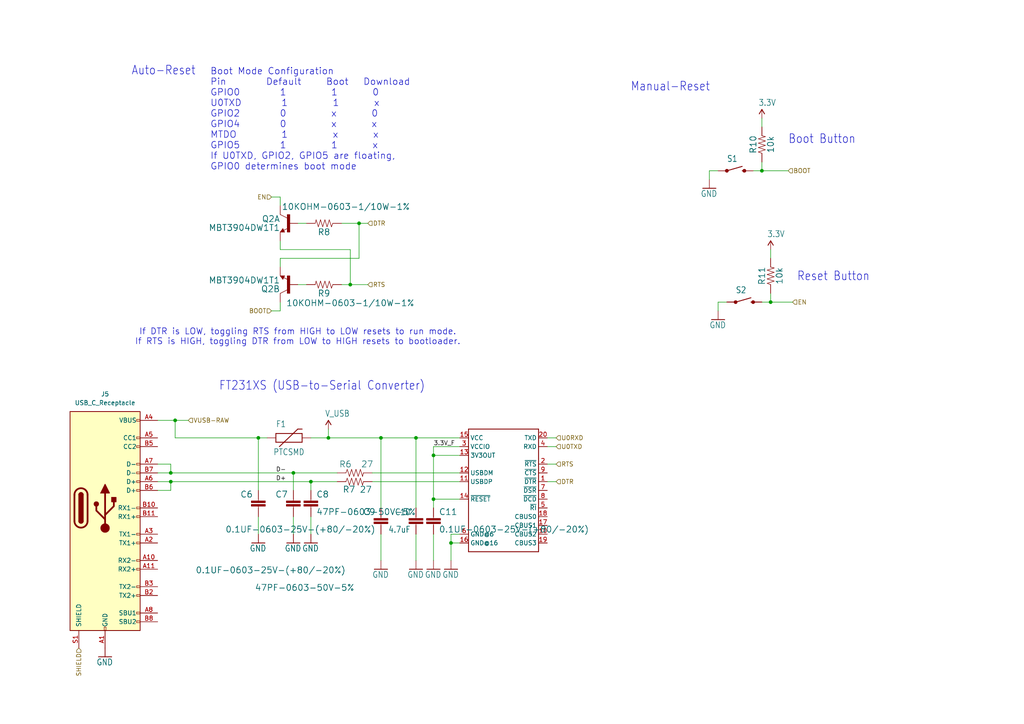
<source format=kicad_sch>
(kicad_sch (version 20230121) (generator eeschema)
  (paper "A4")
  (lib_symbols
    (symbol "Connector:USB_C_Receptacle" (pin_names (offset 1.016))
      (property "Reference" "J" (at -10.16 29.21 0))
      (property "Value" "USB_C_Receptacle" (at 10.16 29.21 0))
      (symbol "USB_C_Receptacle_0_0"
        (rectangle (start -0.254 -35.56) (end 0.254 -34.544))
        (rectangle (start 10.16 -32.766) (end 9.144 -33.274))
        (rectangle (start 10.16 -30.226) (end 9.144 -30.734))
        (rectangle (start 10.16 -25.146) (end 9.144 -25.654))
        (rectangle (start 10.16 -22.606) (end 9.144 -23.114))
        (rectangle (start 10.16 -17.526) (end 9.144 -18.034))
        (rectangle (start 10.16 -14.986) (end 9.144 -15.494))
        (rectangle (start 10.16 -9.906) (end 9.144 -10.414))
        (rectangle (start 10.16 -7.366) (end 9.144 -7.874))
        (rectangle (start 10.16 -2.286) (end 9.144 -2.794))
        (rectangle (start 10.16 0.254) (end 9.144 -0.254))
        (rectangle (start 10.16 5.334) (end 9.144 4.826))
        (rectangle (start 10.16 7.874) (end 9.144 7.366))
        (rectangle (start 10.16 10.414) (end 9.144 9.906))
        (rectangle (start 10.16 12.954) (end 9.144 12.446))
        (rectangle (start 10.16 18.034) (end 9.144 17.526))
        (rectangle (start 10.16 20.574) (end 9.144 20.066))
        (rectangle (start 10.16 25.654) (end 9.144 25.146))
      )
      (symbol "USB_C_Receptacle_0_1"
        (rectangle (start -10.16 27.94) (end 10.16 -35.56) (stroke (width 0.254)) (fill (type background)))
        (arc (start -8.89 -3.81) (mid -6.985 -5.7067) (end -5.08 -3.81) (stroke (width 0.508)))
        (arc (start -7.62 -3.81) (mid -6.985 -4.4423) (end -6.35 -3.81) (stroke (width 0.254)))
        (arc (start -7.62 -3.81) (mid -6.985 -4.4423) (end -6.35 -3.81) (stroke (width 0.254)) (fill (type outline)))
        (rectangle (start -7.62 -3.81) (end -6.35 3.81) (stroke (width 0.254)) (fill (type outline)))
        (arc (start -6.35 3.81) (mid -6.985 4.4423) (end -7.62 3.81) (stroke (width 0.254)))
        (arc (start -6.35 3.81) (mid -6.985 4.4423) (end -7.62 3.81) (stroke (width 0.254)) (fill (type outline)))
        (arc (start -5.08 3.81) (mid -6.985 5.7067) (end -8.89 3.81) (stroke (width 0.508)))
        (polyline (pts (xy -8.89 -3.81) (xy -8.89 3.81)) (stroke (width 0.508)))
        (polyline (pts (xy -5.08 3.81) (xy -5.08 -3.81)) (stroke (width 0.508)))
      )
      (symbol "USB_C_Receptacle_1_1"
        (circle (center -2.54 1.143) (radius 0.635) (stroke (width 0.254)) (fill (type outline)))
        (circle (center 0 -5.842) (radius 1.27) (fill (type outline)))
        (polyline (pts (xy 0 -5.842) (xy 0 4.318)) (stroke (width 0.508)))
        (polyline (pts (xy 0 -3.302) (xy -2.54 -0.762) (xy -2.54 0.508)) (stroke (width 0.508)))
        (polyline (pts (xy 0 -2.032) (xy 2.54 0.508) (xy 2.54 1.778)) (stroke (width 0.508)))
        (polyline (pts (xy -1.27 4.318) (xy 0 6.858) (xy 1.27 4.318) (xy -1.27 4.318)) (stroke (width 0.254)) (fill (type outline)))
        (rectangle (start 1.905 1.778) (end 3.175 3.048) (stroke (width 0.254)) (fill (type outline)))
        (pin passive line (at 0 -40.64 90) (length 5.08) (name "GND") (number "A1"))
        (pin bidirectional line (at 15.24 -15.24 180) (length 5.08) (name "RX2-") (number "A10"))
        (pin bidirectional line (at 15.24 -17.78 180) (length 5.08) (name "RX2+") (number "A11"))
        (pin passive line (at 0 -40.64 90) (length 5.08) hide (name "GND") (number "A12"))
        (pin bidirectional line (at 15.24 -10.16 180) (length 5.08) (name "TX1+") (number "A2"))
        (pin bidirectional line (at 15.24 -7.62 180) (length 5.08) (name "TX1-") (number "A3"))
        (pin passive line (at 15.24 25.4 180) (length 5.08) (name "VBUS") (number "A4"))
        (pin bidirectional line (at 15.24 20.32 180) (length 5.08) (name "CC1") (number "A5"))
        (pin bidirectional line (at 15.24 7.62 180) (length 5.08) (name "D+") (number "A6"))
        (pin bidirectional line (at 15.24 12.7 180) (length 5.08) (name "D-") (number "A7"))
        (pin bidirectional line (at 15.24 -30.48 180) (length 5.08) (name "SBU1") (number "A8"))
        (pin passive line (at 15.24 25.4 180) (length 5.08) hide (name "VBUS") (number "A9"))
        (pin passive line (at 0 -40.64 90) (length 5.08) hide (name "GND") (number "B1"))
        (pin bidirectional line (at 15.24 0 180) (length 5.08) (name "RX1-") (number "B10"))
        (pin bidirectional line (at 15.24 -2.54 180) (length 5.08) (name "RX1+") (number "B11"))
        (pin passive line (at 0 -40.64 90) (length 5.08) hide (name "GND") (number "B12"))
        (pin bidirectional line (at 15.24 -25.4 180) (length 5.08) (name "TX2+") (number "B2"))
        (pin bidirectional line (at 15.24 -22.86 180) (length 5.08) (name "TX2-") (number "B3"))
        (pin passive line (at 15.24 25.4 180) (length 5.08) hide (name "VBUS") (number "B4"))
        (pin bidirectional line (at 15.24 17.78 180) (length 5.08) (name "CC2") (number "B5"))
        (pin bidirectional line (at 15.24 5.08 180) (length 5.08) (name "D+") (number "B6"))
        (pin bidirectional line (at 15.24 10.16 180) (length 5.08) (name "D-") (number "B7"))
        (pin bidirectional line (at 15.24 -33.02 180) (length 5.08) (name "SBU2") (number "B8"))
        (pin passive line (at 15.24 25.4 180) (length 5.08) hide (name "VBUS") (number "B9"))
        (pin passive line (at -7.62 -40.64 90) (length 5.08) (name "SHIELD") (number "S1"))
      )
    )
    (symbol "esp32-thing-eagle-import:0.1UF-0603-25V-(+80/-20%)"
      (property "Reference" "C" (at 1.524 2.921 0))
      (symbol "0.1UF-0603-25V-(+80/-20%)_1_0"
        (rectangle (start -2.032 0.508) (end 2.032 1.016) (fill (type outline)))
        (rectangle (start -2.032 1.524) (end 2.032 2.032) (fill (type outline)))
        (polyline (pts (xy 0 0) (xy 0 0.508)) (stroke (width 0.1524)))
        (polyline (pts (xy 0 2.54) (xy 0 2.032)) (stroke (width 0.1524)))
        (pin passive line (at 0 5.08 270) (length 2.54) (name "1") (number "1"))
        (pin passive line (at 0 -2.54 90) (length 2.54) (name "2") (number "2"))
      )
    )
    (symbol "esp32-thing-eagle-import:10KOHM-0603-1/10W-1%"
      (property "Reference" "R" (at 0 1.524 0))
      (symbol "10KOHM-0603-1/10W-1%_1_0"
        (polyline (pts (xy -2.54 0) (xy -2.159 1.016)) (stroke (width 0.1524)))
        (polyline (pts (xy -2.159 1.016) (xy -1.524 -1.016)) (stroke (width 0.1524)))
        (polyline (pts (xy -1.524 -1.016) (xy -0.889 1.016)) (stroke (width 0.1524)))
        (polyline (pts (xy -0.889 1.016) (xy -0.254 -1.016)) (stroke (width 0.1524)))
        (polyline (pts (xy -0.254 -1.016) (xy 0.381 1.016)) (stroke (width 0.1524)))
        (polyline (pts (xy 0.381 1.016) (xy 1.016 -1.016)) (stroke (width 0.1524)))
        (polyline (pts (xy 1.016 -1.016) (xy 1.651 1.016)) (stroke (width 0.1524)))
        (polyline (pts (xy 1.651 1.016) (xy 2.286 -1.016)) (stroke (width 0.1524)))
        (polyline (pts (xy 2.286 -1.016) (xy 2.54 0)) (stroke (width 0.1524)))
        (pin passive line (at -5.08 0 0) (length 2.54) (name "1") (number "1"))
        (pin passive line (at 5.08 0 180) (length 2.54) (name "2") (number "2"))
      )
    )
    (symbol "esp32-thing-eagle-import:10KOHM-1/10W-1%(0603)0603"
      (property "Reference" "R" (at 0 1.524 0))
      (symbol "10KOHM-1/10W-1%(0603)0603_1_0"
        (polyline (pts (xy -2.54 0) (xy -2.159 1.016)) (stroke (width 0.1524)))
        (polyline (pts (xy -2.159 1.016) (xy -1.524 -1.016)) (stroke (width 0.1524)))
        (polyline (pts (xy -1.524 -1.016) (xy -0.889 1.016)) (stroke (width 0.1524)))
        (polyline (pts (xy -0.889 1.016) (xy -0.254 -1.016)) (stroke (width 0.1524)))
        (polyline (pts (xy -0.254 -1.016) (xy 0.381 1.016)) (stroke (width 0.1524)))
        (polyline (pts (xy 0.381 1.016) (xy 1.016 -1.016)) (stroke (width 0.1524)))
        (polyline (pts (xy 1.016 -1.016) (xy 1.651 1.016)) (stroke (width 0.1524)))
        (polyline (pts (xy 1.651 1.016) (xy 2.286 -1.016)) (stroke (width 0.1524)))
        (polyline (pts (xy 2.286 -1.016) (xy 2.54 0)) (stroke (width 0.1524)))
        (pin passive line (at -5.08 0 0) (length 2.54) (name "1") (number "1"))
        (pin passive line (at 5.08 0 180) (length 2.54) (name "2") (number "2"))
      )
    )
    (symbol "esp32-thing-eagle-import:27OHM1/10W1%(0603)0603-RES"
      (property "Reference" "R" (at 0 1.524 0))
      (symbol "27OHM1/10W1%(0603)0603-RES_1_0"
        (polyline (pts (xy -2.54 0) (xy -2.159 1.016)) (stroke (width 0.1524)))
        (polyline (pts (xy -2.159 1.016) (xy -1.524 -1.016)) (stroke (width 0.1524)))
        (polyline (pts (xy -1.524 -1.016) (xy -0.889 1.016)) (stroke (width 0.1524)))
        (polyline (pts (xy -0.889 1.016) (xy -0.254 -1.016)) (stroke (width 0.1524)))
        (polyline (pts (xy -0.254 -1.016) (xy 0.381 1.016)) (stroke (width 0.1524)))
        (polyline (pts (xy 0.381 1.016) (xy 1.016 -1.016)) (stroke (width 0.1524)))
        (polyline (pts (xy 1.016 -1.016) (xy 1.651 1.016)) (stroke (width 0.1524)))
        (polyline (pts (xy 1.651 1.016) (xy 2.286 -1.016)) (stroke (width 0.1524)))
        (polyline (pts (xy 2.286 -1.016) (xy 2.54 0)) (stroke (width 0.1524)))
        (pin passive line (at -5.08 0 0) (length 2.54) (name "1") (number "1"))
        (pin passive line (at 5.08 0 180) (length 2.54) (name "2") (number "2"))
      )
    )
    (symbol "esp32-thing-eagle-import:3.3V" (power)
      (property "Value" "3.3V" (at -1.016 3.556 0))
      (symbol "3.3V_1_0"
        (polyline (pts (xy 0 2.54) (xy -0.762 1.27)) (stroke (width 0.254)))
        (polyline (pts (xy 0.762 1.27) (xy 0 2.54)) (stroke (width 0.254)))
        (pin power_in line (at 0 0 90) (length 2.54) (name "3.3V") (number "1"))
      )
    )
    (symbol "esp32-thing-eagle-import:4.7UF-6.3V-10%(0603)0603"
      (property "Reference" "C" (at 1.524 2.921 0))
      (symbol "4.7UF-6.3V-10%(0603)0603_1_0"
        (rectangle (start -2.032 0.508) (end 2.032 1.016) (fill (type outline)))
        (rectangle (start -2.032 1.524) (end 2.032 2.032) (fill (type outline)))
        (polyline (pts (xy 0 0) (xy 0 0.508)) (stroke (width 0.1524)))
        (polyline (pts (xy 0 2.54) (xy 0 2.032)) (stroke (width 0.1524)))
        (pin passive line (at 0 5.08 270) (length 2.54) (name "1") (number "1"))
        (pin passive line (at 0 -2.54 90) (length 2.54) (name "2") (number "2"))
      )
    )
    (symbol "esp32-thing-eagle-import:47PF-0603-50V-5%"
      (property "Reference" "C" (at 1.524 2.921 0))
      (symbol "47PF-0603-50V-5%_1_0"
        (rectangle (start -2.032 0.508) (end 2.032 1.016) (fill (type outline)))
        (rectangle (start -2.032 1.524) (end 2.032 2.032) (fill (type outline)))
        (polyline (pts (xy 0 0) (xy 0 0.508)) (stroke (width 0.1524)))
        (polyline (pts (xy 0 2.54) (xy 0 2.032)) (stroke (width 0.1524)))
        (pin passive line (at 0 5.08 270) (length 2.54) (name "1") (number "1"))
        (pin passive line (at 0 -2.54 90) (length 2.54) (name "2") (number "2"))
      )
    )
    (symbol "esp32-thing-eagle-import:FT231XS"
      (symbol "FT231XS_1_0"
        (polyline (pts (xy -10.16 -17.78) (xy 10.16 -17.78)) (stroke (width 0.254)))
        (polyline (pts (xy -10.16 17.78) (xy -10.16 -17.78)) (stroke (width 0.254)))
        (polyline (pts (xy 10.16 -17.78) (xy 10.16 17.78)) (stroke (width 0.254)))
        (polyline (pts (xy 10.16 17.78) (xy -10.16 17.78)) (stroke (width 0.254)))
        (pin bidirectional line (at 12.7 2.54 180) (length 2.54) (name "~{DTR}") (number "1"))
        (pin bidirectional line (at 12.7 -12.7 180) (length 2.54) (name "CBUS2") (number "10"))
        (pin bidirectional line (at -12.7 2.54 0) (length 2.54) (name "USBDP") (number "11"))
        (pin bidirectional line (at -12.7 5.08 0) (length 2.54) (name "USBDM") (number "12"))
        (pin bidirectional line (at -12.7 10.16 0) (length 2.54) (name "3V3OUT") (number "13"))
        (pin bidirectional line (at -12.7 -2.54 0) (length 2.54) (name "~{RESET}") (number "14"))
        (pin bidirectional line (at -12.7 15.24 0) (length 2.54) (name "VCC") (number "15"))
        (pin bidirectional line (at -12.7 -15.24 0) (length 2.54) (name "GND@16") (number "16"))
        (pin bidirectional line (at 12.7 -10.16 180) (length 2.54) (name "CBUS1") (number "17"))
        (pin bidirectional line (at 12.7 -7.62 180) (length 2.54) (name "CBUS0") (number "18"))
        (pin bidirectional line (at 12.7 -15.24 180) (length 2.54) (name "CBUS3") (number "19"))
        (pin bidirectional line (at 12.7 7.62 180) (length 2.54) (name "~{RTS}") (number "2"))
        (pin bidirectional line (at 12.7 15.24 180) (length 2.54) (name "TXD") (number "20"))
        (pin bidirectional line (at -12.7 12.7 0) (length 2.54) (name "VCCIO") (number "3"))
        (pin bidirectional line (at 12.7 12.7 180) (length 2.54) (name "RXD") (number "4"))
        (pin bidirectional line (at 12.7 -5.08 180) (length 2.54) (name "~{RI}") (number "5"))
        (pin bidirectional line (at -12.7 -12.7 0) (length 2.54) (name "GND@6") (number "6"))
        (pin bidirectional line (at 12.7 0 180) (length 2.54) (name "~{DSR}") (number "7"))
        (pin bidirectional line (at 12.7 -2.54 180) (length 2.54) (name "~{DCD}") (number "8"))
        (pin bidirectional line (at 12.7 5.08 180) (length 2.54) (name "~{CTS}") (number "9"))
      )
    )
    (symbol "esp32-thing-eagle-import:GND" (power)
      (property "Value" "GND" (at -2.54 -2.54 0))
      (symbol "GND_1_0"
        (polyline (pts (xy -1.905 0) (xy 1.905 0)) (stroke (width 0.254)))
        (pin power_in line (at 0 2.54 270) (length 2.54) (name "GND") (number "1"))
      )
    )
    (symbol "esp32-thing-eagle-import:MBT3904DW1T1"
      (property "Reference" "Q" (at 2.54 1.27 0))
      (symbol "MBT3904DW1T1_1_0"
        (rectangle (start -0.254 -2.54) (end 0.508 2.54) (fill (type outline)))
        (polyline (pts (xy 1.27 -2.54) (xy 1.778 -1.524)) (stroke (width 0.1524)))
        (polyline (pts (xy 1.524 -2.413) (xy 2.286 -2.413)) (stroke (width 0.254)))
        (polyline (pts (xy 1.524 -2.286) (xy 1.905 -2.286)) (stroke (width 0.254)))
        (polyline (pts (xy 1.54 -2.04) (xy 0.308 -1.424)) (stroke (width 0.1524)))
        (polyline (pts (xy 1.778 -1.778) (xy 1.524 -2.286)) (stroke (width 0.254)))
        (polyline (pts (xy 1.778 -1.524) (xy 2.54 -2.54)) (stroke (width 0.1524)))
        (polyline (pts (xy 1.905 -2.286) (xy 1.778 -2.032)) (stroke (width 0.254)))
        (polyline (pts (xy 2.286 -2.413) (xy 1.778 -1.778)) (stroke (width 0.254)))
        (polyline (pts (xy 2.54 -2.54) (xy 1.27 -2.54)) (stroke (width 0.1524)))
        (polyline (pts (xy 2.54 2.54) (xy 0.508 1.524)) (stroke (width 0.1524)))
        (pin passive line (at 2.54 5.08 270) (length 2.54) (name "C") (number "3"))
        (pin passive line (at 2.54 -5.08 90) (length 2.54) (name "E") (number "4"))
        (pin passive line (at -2.54 0 0) (length 2.54) (name "B") (number "5"))
      )
      (symbol "MBT3904DW1T1_2_0"
        (rectangle (start -0.254 -2.54) (end 0.508 2.54) (fill (type outline)))
        (polyline (pts (xy 1.27 -2.54) (xy 1.778 -1.524)) (stroke (width 0.1524)))
        (polyline (pts (xy 1.524 -2.413) (xy 2.286 -2.413)) (stroke (width 0.254)))
        (polyline (pts (xy 1.524 -2.286) (xy 1.905 -2.286)) (stroke (width 0.254)))
        (polyline (pts (xy 1.54 -2.04) (xy 0.308 -1.424)) (stroke (width 0.1524)))
        (polyline (pts (xy 1.778 -1.778) (xy 1.524 -2.286)) (stroke (width 0.254)))
        (polyline (pts (xy 1.778 -1.524) (xy 2.54 -2.54)) (stroke (width 0.1524)))
        (polyline (pts (xy 1.905 -2.286) (xy 1.778 -2.032)) (stroke (width 0.254)))
        (polyline (pts (xy 2.286 -2.413) (xy 1.778 -1.778)) (stroke (width 0.254)))
        (polyline (pts (xy 2.54 -2.54) (xy 1.27 -2.54)) (stroke (width 0.1524)))
        (polyline (pts (xy 2.54 2.54) (xy 0.508 1.524)) (stroke (width 0.1524)))
        (pin passive line (at 2.54 -5.08 90) (length 2.54) (name "E") (number "1"))
        (pin passive line (at -2.54 0 0) (length 2.54) (name "B") (number "2"))
        (pin passive line (at 2.54 5.08 270) (length 2.54) (name "C") (number "6"))
      )
    )
    (symbol "esp32-thing-eagle-import:PTCSMD"
      (property "Reference" "F" (at -2.54 3.048 0))
      (symbol "PTCSMD_1_0"
        (polyline (pts (xy -2.54 -1.27) (xy -2.54 1.27)) (stroke (width 0.254)))
        (polyline (pts (xy -2.54 1.27) (xy 5.08 1.27)) (stroke (width 0.254)))
        (polyline (pts (xy -1.524 -2.54) (xy 3.81 2.54)) (stroke (width 0.254)))
        (polyline (pts (xy 3.81 2.54) (xy 5.08 2.54)) (stroke (width 0.254)))
        (polyline (pts (xy 5.08 -1.27) (xy -2.54 -1.27)) (stroke (width 0.254)))
        (polyline (pts (xy 5.08 1.27) (xy 5.08 -1.27)) (stroke (width 0.254)))
        (pin bidirectional line (at -5.08 0 0) (length 2.54) (name "1") (number "1"))
        (pin bidirectional line (at 7.62 0 180) (length 2.54) (name "2") (number "2"))
      )
    )
    (symbol "esp32-thing-eagle-import:SWITCH-MOMENTARY-2SMD-4.6X2.8MM"
      (property "Reference" "S" (at -2.54 2.54 0))
      (symbol "SWITCH-MOMENTARY-2SMD-4.6X2.8MM_1_0"
        (circle (center -2.54 0) (radius 0.127) (stroke (width 0.4064)))
        (polyline (pts (xy -2.54 0) (xy 1.905 1.27)) (stroke (width 0.254)))
        (polyline (pts (xy 1.905 0) (xy 2.54 0)) (stroke (width 0.254)))
        (circle (center 2.54 0) (radius 0.127) (stroke (width 0.4064)))
        (pin passive line (at -5.08 0 0) (length 2.54) (name "1") (number "1"))
        (pin passive line (at -5.08 0 0) (length 2.54) (name "1") (number "2"))
        (pin passive line (at 5.08 0 180) (length 2.54) (name "2") (number "3"))
        (pin passive line (at 5.08 0 180) (length 2.54) (name "2") (number "4"))
      )
    )
    (symbol "esp32-thing-eagle-import:SparkFun_GND" (power)
      (property "Value" "SparkFun_GND" (at -2.54 -2.54 0))
      (symbol "SparkFun_GND_1_0"
        (polyline (pts (xy -1.905 0) (xy 1.905 0)) (stroke (width 0.254)))
        (pin power_in line (at 0 2.54 270) (length 2.54) (name "GND") (number "1"))
      )
    )
    (symbol "esp32-thing-eagle-import:V_USB" (power)
      (property "Value" "V_USB" (at -1.016 3.556 0))
      (symbol "V_USB_1_0"
        (polyline (pts (xy 0 2.54) (xy -0.762 1.27)) (stroke (width 0.254)))
        (polyline (pts (xy 0.762 1.27) (xy 0 2.54)) (stroke (width 0.254)))
        (pin power_in line (at 0 0 90) (length 2.54) (name "V_USB") (number "1"))
      )
    )
  )
  (junction (at 74.93 127))
  (junction (at 95.25 127))
  (junction (at 220.98 49.53))
  (junction (at 49.53 137.16))
  (junction (at 85.09 137.16))
  (junction (at 110.49 127))
  (junction (at 49.53 139.7))
  (junction (at 125.73 144.78))
  (junction (at 50.8 121.92))
  (junction (at 104.14 64.77))
  (junction (at 101.6 82.55))
  (junction (at 125.73 132.08))
  (junction (at 120.65 127))
  (junction (at 223.52 87.63))
  (junction (at 130.81 157.48))
  (junction (at 90.17 139.7))
  (wire (pts (xy 45.72 139.7) (xy 49.53 139.7)) (stroke (width 0.1524)))
  (wire (pts (xy 210.82 87.63) (xy 208.28 87.63)) (stroke (width 0.1524)))
  (wire (pts (xy 125.73 147.32) (xy 125.73 144.78)) (stroke (width 0.1524)))
  (wire (pts (xy 49.53 137.16) (xy 49.53 134.62)) (stroke (width 0.1524)))
  (wire (pts (xy 101.6 82.55) (xy 106.68 82.55)) (stroke (width 0.1524)))
  (wire (pts (xy 85.09 154.94) (xy 85.09 149.86)) (stroke (width 0.1524)))
  (wire (pts (xy 130.81 154.94) (xy 130.81 157.48)) (stroke (width 0.1524)))
  (wire (pts (xy 125.73 129.54) (xy 133.35 129.54)) (stroke (width 0.1524)))
  (wire (pts (xy 158.75 129.54) (xy 161.29 129.54)) (stroke (width 0.1524)))
  (wire (pts (xy 158.75 134.62) (xy 161.29 134.62)) (stroke (width 0.1524)))
  (wire (pts (xy 81.28 90.17) (xy 81.28 87.63)) (stroke (width 0.1524)))
  (wire (pts (xy 120.65 147.32) (xy 120.65 127)) (stroke (width 0.1524)))
  (wire (pts (xy 90.17 154.94) (xy 90.17 149.86)) (stroke (width 0.1524)))
  (wire (pts (xy 218.44 49.53) (xy 220.98 49.53)) (stroke (width 0.1524)))
  (wire (pts (xy 125.73 132.08) (xy 125.73 129.54)) (stroke (width 0.1524)))
  (wire (pts (xy 110.49 162.56) (xy 110.49 154.94)) (stroke (width 0.1524)))
  (wire (pts (xy 220.98 87.63) (xy 223.52 87.63)) (stroke (width 0.1524)))
  (wire (pts (xy 120.65 162.56) (xy 120.65 154.94)) (stroke (width 0.1524)))
  (wire (pts (xy 220.98 49.53) (xy 228.6 49.53)) (stroke (width 0.1524)))
  (wire (pts (xy 208.28 87.63) (xy 208.28 90.17)) (stroke (width 0.1524)))
  (wire (pts (xy 223.52 85.09) (xy 223.52 87.63)) (stroke (width 0.1524)))
  (wire (pts (xy 101.6 72.39) (xy 81.28 72.39)) (stroke (width 0.1524)))
  (wire (pts (xy 81.28 74.93) (xy 104.14 74.93)) (stroke (width 0.1524)))
  (wire (pts (xy 125.73 144.78) (xy 133.35 144.78)) (stroke (width 0.1524)))
  (wire (pts (xy 220.98 46.99) (xy 220.98 49.53)) (stroke (width 0.1524)))
  (wire (pts (xy 90.17 127) (xy 95.25 127)) (stroke (width 0.1524)))
  (wire (pts (xy 74.93 142.24) (xy 74.93 127)) (stroke (width 0.1524)))
  (wire (pts (xy 81.28 59.69) (xy 81.28 57.15)) (stroke (width 0.1524)))
  (wire (pts (xy 88.9 64.77) (xy 86.36 64.77)) (stroke (width 0.1524)))
  (wire (pts (xy 99.06 82.55) (xy 101.6 82.55)) (stroke (width 0.1524)))
  (wire (pts (xy 45.72 137.16) (xy 49.53 137.16)))
  (wire (pts (xy 88.9 82.55) (xy 86.36 82.55)) (stroke (width 0.1524)))
  (wire (pts (xy 50.8 121.92) (xy 54.61 121.92)))
  (wire (pts (xy 95.25 127) (xy 95.25 124.46)) (stroke (width 0.1524)))
  (wire (pts (xy 158.75 139.7) (xy 161.29 139.7)) (stroke (width 0.1524)))
  (wire (pts (xy 120.65 127) (xy 133.35 127)) (stroke (width 0.1524)))
  (wire (pts (xy 49.53 139.7) (xy 90.17 139.7)) (stroke (width 0.1524)))
  (wire (pts (xy 101.6 82.55) (xy 101.6 72.39)) (stroke (width 0.1524)))
  (wire (pts (xy 50.8 127) (xy 50.8 121.92)) (stroke (width 0.1524)))
  (wire (pts (xy 97.79 137.16) (xy 85.09 137.16)) (stroke (width 0.1524)))
  (wire (pts (xy 205.74 49.53) (xy 205.74 52.07)) (stroke (width 0.1524)))
  (wire (pts (xy 81.28 72.39) (xy 81.28 69.85)) (stroke (width 0.1524)))
  (wire (pts (xy 81.28 90.17) (xy 78.74 90.17)) (stroke (width 0.1524)))
  (wire (pts (xy 45.72 142.24) (xy 49.53 142.24)))
  (wire (pts (xy 104.14 64.77) (xy 106.68 64.77)) (stroke (width 0.1524)))
  (wire (pts (xy 81.28 77.47) (xy 81.28 74.93)) (stroke (width 0.1524)))
  (wire (pts (xy 133.35 154.94) (xy 130.81 154.94)) (stroke (width 0.1524)))
  (wire (pts (xy 95.25 127) (xy 110.49 127)) (stroke (width 0.1524)))
  (wire (pts (xy 110.49 147.32) (xy 110.49 127)) (stroke (width 0.1524)))
  (wire (pts (xy 125.73 132.08) (xy 133.35 132.08)) (stroke (width 0.1524)))
  (wire (pts (xy 223.52 87.63) (xy 229.87 87.63)) (stroke (width 0.1524)))
  (wire (pts (xy 130.81 157.48) (xy 130.81 162.56)) (stroke (width 0.1524)))
  (wire (pts (xy 99.06 64.77) (xy 104.14 64.77)) (stroke (width 0.1524)))
  (wire (pts (xy 208.28 49.53) (xy 205.74 49.53)) (stroke (width 0.1524)))
  (wire (pts (xy 110.49 127) (xy 120.65 127)) (stroke (width 0.1524)))
  (wire (pts (xy 50.8 127) (xy 74.93 127)) (stroke (width 0.1524)))
  (wire (pts (xy 49.53 134.62) (xy 45.72 134.62)) (stroke (width 0.1524)))
  (wire (pts (xy 133.35 137.16) (xy 107.95 137.16)) (stroke (width 0.1524)))
  (wire (pts (xy 97.79 139.7) (xy 90.17 139.7)) (stroke (width 0.1524)))
  (wire (pts (xy 158.75 127) (xy 161.29 127)) (stroke (width 0.1524)))
  (wire (pts (xy 133.35 139.7) (xy 107.95 139.7)) (stroke (width 0.1524)))
  (wire (pts (xy 125.73 162.56) (xy 125.73 154.94)) (stroke (width 0.1524)))
  (wire (pts (xy 85.09 137.16) (xy 85.09 142.24)) (stroke (width 0.1524)))
  (wire (pts (xy 90.17 139.7) (xy 90.17 142.24)) (stroke (width 0.1524)))
  (wire (pts (xy 49.53 137.16) (xy 85.09 137.16)) (stroke (width 0.1524)))
  (wire (pts (xy 74.93 127) (xy 77.47 127)) (stroke (width 0.1524)))
  (wire (pts (xy 223.52 72.39) (xy 223.52 74.93)) (stroke (width 0.1524)))
  (wire (pts (xy 81.28 57.15) (xy 78.74 57.15)) (stroke (width 0.1524)))
  (wire (pts (xy 220.98 34.29) (xy 220.98 36.83)) (stroke (width 0.1524)))
  (wire (pts (xy 104.14 74.93) (xy 104.14 64.77)) (stroke (width 0.1524)))
  (wire (pts (xy 125.73 144.78) (xy 125.73 132.08)) (stroke (width 0.1524)))
  (wire (pts (xy 133.35 157.48) (xy 130.81 157.48)) (stroke (width 0.1524)))
  (wire (pts (xy 50.8 121.92) (xy 45.72 121.92)) (stroke (width 0.1524)))
  (wire (pts (xy 74.93 154.94) (xy 74.93 149.86)) (stroke (width 0.1524)))
  (wire (pts (xy 49.53 142.24) (xy 49.53 139.7)) (stroke (width 0.1524)))
  (text "Manual-Reset" (at 182.88 26.67 0) (effects (font (size 2.54 2.159)) (justify left bottom)))
  (text "FT231XS (USB-to-Serial Converter)" (at 63.5 110.49 0) (effects (font (size 2.54 2.159)) (justify left top)))
  (text "If DTR is LOW, toggling RTS from HIGH to LOW resets to run mode.\nIf RTS is HIGH, toggling DTR from LOW to HIGH resets to bootloader." (at 86.36 95.25 0) (effects (font (size 1.778 1.778)) (justify top)))
  (text "Boot Mode Configuration\nPin        Default     Boot   Download\nGPIO0        1         1       0\nU0TXD        1         1       x\nGPIO2        0         x       0\nGPIO4        0         x       x\nMTDO         1         x       x\nGPIO5        1         1       x\nIf U0TXD, GPIO2, GPIO5 are floating,\nGPIO0 determines boot mode" (at 60.96 49.53 0) (effects (font (size 1.905 1.905)) (justify left bottom)))
  (text "Auto-Reset" (at 38.1 19.05 0) (effects (font (size 2.54 2.159)) (justify left top)))
  (text "Boot Button" (at 228.6 41.91 0) (effects (font (size 2.54 2.159)) (justify left bottom)))
  (text "Reset Button" (at 231.14 78.74 0) (effects (font (size 2.54 2.159)) (justify left top)))
  (label "D-" (at 80.01 137.16 0) (effects (font (size 1.2446 1.2446))))
  (label "3.3V_F" (at 125.73 129.54 0) (effects (font (size 1.2446 1.2446))))
  (label "D+" (at 80.01 139.7 0) (effects (font (size 1.2446 1.2446))))
  (hierarchical_label "DTR" (shape input) (at 161.29 139.7 0))
  (hierarchical_label "BOOT" (shape input) (at 228.6 49.53 0))
  (hierarchical_label "DTR" (shape input) (at 106.68 64.77 0))
  (hierarchical_label "RTS" (shape input) (at 161.29 134.62 0))
  (hierarchical_label "BOOT" (shape input) (at 78.74 90.17 180))
  (hierarchical_label "EN" (shape input) (at 229.87 87.63 0))
  (hierarchical_label "U0RXD" (shape input) (at 161.29 127 0))
  (hierarchical_label "SHIELD" (shape input) (at 22.86 187.96 270))
  (hierarchical_label "RTS" (shape input) (at 106.68 82.55 0))
  (hierarchical_label "EN" (shape input) (at 78.74 57.15 180))
  (hierarchical_label "U0TXD" (shape input) (at 161.29 129.54 0))
  (hierarchical_label "VUSB-RAW" (shape input) (at 54.61 121.92 0))
  (symbol (lib_id "esp32-thing-eagle-import:4.7UF-6.3V-10%(0603)0603") (at 120.65 152.4 0) (mirror y) (unit 1)
    (property "Reference" "C10" (at 119.126 149.479 0) (effects (font (size 1.778 1.5113)) (justify left bottom)))
    (property "Value" "4.7uF" (at 119.126 154.559 0) (effects (font (size 1.778 1.5113)) (justify left bottom)))
    (property "Footprint" "esp32-thing:0603-CAP" (effects hide))
    (instances (project "HM_mainboard" (path "" (reference "C10") (unit 1)) (path "" (reference "C10") (unit 1))) (project "esp32-thing" (path "" (reference "C15") (unit 1))))
  )
  (symbol (lib_id "esp32-thing-eagle-import:SparkFun_GND") (at 74.93 157.48 0) (unit 1)
    (property "Reference" "#GND013" (effects hide))
    (property "Value" "GND" (at 72.39 160.02 0) (effects (font (size 1.778 1.5113)) (justify left bottom)))
    (instances (project "HM_mainboard" (path "" (reference "#GND013") (unit 1)) (path "" (reference "#GND013") (unit 1))) (project "esp32-thing" (path "" (reference "#GND27") (unit 1))))
  )
  (symbol (lib_id "esp32-thing-eagle-import:3.3V") (at 220.98 34.29 0) (unit 1)
    (property "Reference" "#SUPPLY09" (effects hide))
    (property "Value" "3.3V" (at 219.964 30.734 0) (effects (font (size 1.778 1.5113)) (justify left bottom)))
    (instances (project "HM_mainboard" (path "" (reference "#SUPPLY09") (unit 1)) (path "" (reference "#SUPPLY09") (unit 1))) (project "esp32-thing" (path "" (reference "#SUPPLY17") (unit 1))))
  )
  (symbol (lib_id "esp32-thing-eagle-import:GND") (at 85.09 157.48 0) (unit 1)
    (property "Reference" "#GND014" (effects hide))
    (property "Value" "GND" (at 82.55 160.02 0) (effects (font (size 1.778 1.5113)) (justify left bottom)))
    (instances (project "HM_mainboard" (path "" (reference "#GND014") (unit 1)) (path "" (reference "#GND014") (unit 1))) (project "esp32-thing" (path "" (reference "#GND28") (unit 1))))
  )
  (symbol (lib_id "Connector:USB_C_Receptacle") (at 30.48 147.32 0) (unit 1)
    (property "Reference" "J5" (at 30.48 114.3 0))
    (property "Value" "USB_C_Receptacle" (at 30.48 116.84 0))
    (property "Datasheet" "https://www.usb.org/sites/default/files/documents/usb_type-c.zip" (effects hide))
  )
  (symbol (lib_id "esp32-thing-eagle-import:SWITCH-MOMENTARY-2SMD-4.6X2.8MM") (at 213.36 49.53 0) (unit 1)
    (property "Reference" "S1" (at 210.82 46.99 0) (effects (font (size 1.778 1.5113)) (justify left bottom)))
    (property "Value" "SWITCH-MOMENTARY-2SMD-4.6X2.8MM" (effects hide))
    (property "Footprint" "esp32-thing:TACTILE_SWITCH_SMD_4.6X2.8MM" (effects hide))
    (instances (project "HM_mainboard" (path "" (reference "S1") (unit 1)) (path "" (reference "S1") (unit 1))) (project "esp32-thing" (path "" (reference "S2") (unit 1))))
  )
  (symbol (lib_id "esp32-thing-eagle-import:GND") (at 208.28 92.71 0) (unit 1)
    (property "Reference" "#GND021" (effects hide))
    (property "Value" "GND" (at 205.74 95.25 0) (effects (font (size 1.778 1.5113)) (justify left bottom)))
    (instances (project "HM_mainboard" (path "" (reference "#GND021") (unit 1)) (path "" (reference "#GND021") (unit 1))) (project "esp32-thing" (path "" (reference "#GND1") (unit 1))))
  )
  (symbol (lib_id "esp32-thing-eagle-import:10KOHM-0603-1/10W-1%") (at 93.98 64.77 180) (unit 1)
    (property "Reference" "R8" (at 93.98 66.294 0) (effects (font (size 1.778 1.778)) (justify bottom)))
    (property "Value" "10KOHM-0603-1/10W-1%" (at 100.33 60.96 0) (effects (font (size 1.778 1.778)) (justify top)))
    (property "Footprint" "esp32-thing:0603" (effects hide))
    (instances (project "HM_mainboard" (path "" (reference "R8") (unit 1)) (path "" (reference "R8") (unit 1))) (project "esp32-thing" (path "" (reference "R17") (unit 1))))
  )
  (symbol (lib_id "esp32-thing-eagle-import:GND") (at 90.17 157.48 0) (unit 1)
    (property "Reference" "#GND015" (effects hide))
    (property "Value" "GND" (at 87.63 160.02 0) (effects (font (size 1.778 1.5113)) (justify left bottom)))
    (instances (project "HM_mainboard" (path "" (reference "#GND015") (unit 1)) (path "" (reference "#GND015") (unit 1))) (project "esp32-thing" (path "" (reference "#GND29") (unit 1))))
  )
  (symbol (lib_id "esp32-thing-eagle-import:0.1UF-0603-25V-(+80/-20%)") (at 74.93 147.32 0) (mirror y) (unit 1)
    (property "Reference" "C6" (at 73.406 144.399 0) (effects (font (size 1.778 1.778)) (justify left bottom)))
    (property "Value" "0.1UF-0603-25V-(+80/-20%)" (at 100.33 166.37 0) (effects (font (size 1.778 1.778)) (justify left bottom)))
    (property "Footprint" "esp32-thing:0603" (effects hide))
    (instances (project "HM_mainboard" (path "" (reference "C6") (unit 1)) (path "" (reference "C6") (unit 1))) (project "esp32-thing" (path "" (reference "C11") (unit 1))))
  )
  (symbol (lib_id "esp32-thing-eagle-import:47PF-0603-50V-5%") (at 90.17 147.32 0) (unit 1)
    (property "Reference" "C8" (at 91.694 144.399 0) (effects (font (size 1.778 1.778)) (justify left bottom)))
    (property "Value" "47PF-0603-50V-5%" (at 91.694 149.479 0) (effects (font (size 1.778 1.778)) (justify left bottom)))
    (property "Footprint" "esp32-thing:0603" (effects hide))
    (instances (project "HM_mainboard" (path "" (reference "C8") (unit 1)) (path "" (reference "C8") (unit 1))) (project "esp32-thing" (path "" (reference "C13") (unit 1))))
  )
  (symbol (lib_id "esp32-thing-eagle-import:PTCSMD") (at 82.55 127 0) (unit 1)
    (property "Reference" "F1" (at 80.01 123.952 0) (effects (font (size 1.778 1.5113)) (justify left bottom)))
    (property "Value" "PTCSMD" (at 79.248 132.08 0) (effects (font (size 1.778 1.5113)) (justify left bottom)))
    (property "Footprint" "esp32-thing:PTC-1206" (effects hide))
  )
  (symbol (lib_id "esp32-thing-eagle-import:GND") (at 110.49 165.1 0) (unit 1)
    (property "Reference" "#GND016" (effects hide))
    (property "Value" "GND" (at 107.95 167.64 0) (effects (font (size 1.778 1.5113)) (justify left bottom)))
    (instances (project "HM_mainboard" (path "" (reference "#GND016") (unit 1)) (path "" (reference "#GND016") (unit 1))) (project "esp32-thing" (path "" (reference "#GND30") (unit 1))))
  )
  (symbol (lib_id "esp32-thing-eagle-import:SWITCH-MOMENTARY-2SMD-4.6X2.8MM") (at 215.9 87.63 0) (unit 1)
    (property "Reference" "S2" (at 213.36 85.09 0) (effects (font (size 1.778 1.5113)) (justify left bottom)))
    (property "Value" "SWITCH-MOMENTARY-2SMD-4.6X2.8MM" (effects hide))
    (property "Footprint" "esp32-thing:TACTILE_SWITCH_SMD_4.6X2.8MM" (effects hide))
    (instances (project "HM_mainboard" (path "" (reference "S2") (unit 1)) (path "" (reference "S2") (unit 1))) (project "esp32-thing" (path "" (reference "S1") (unit 1))))
  )
  (symbol (lib_id "esp32-thing-eagle-import:MBT3904DW1T1") (at 83.82 64.77 0) (mirror y) (unit 1)
    (property "Reference" "Q2" (at 81.28 63.5 0) (effects (font (size 1.778 1.778)) (justify left)))
    (property "Value" "MBT3904DW1T1" (at 81.28 66.04 0) (effects (font (size 1.778 1.778)) (justify left)))
    (property "Footprint" "esp32-thing:SC70-6" (effects hide))
  )
  (symbol (lib_id "esp32-thing-eagle-import:10KOHM-1/10W-1%(0603)0603") (at 220.98 41.91 90) (unit 1)
    (property "Reference" "R10" (at 219.456 41.91 0) (effects (font (size 1.778 1.778)) (justify bottom)))
    (property "Value" "10k" (at 222.504 41.91 0) (effects (font (size 1.778 1.778)) (justify top)))
    (property "Footprint" "esp32-thing:0603" (effects hide))
    (instances (project "HM_mainboard" (path "" (reference "R10") (unit 1)) (path "" (reference "R10") (unit 1))) (project "esp32-thing" (path "" (reference "R9") (unit 1))))
  )
  (symbol (lib_id "esp32-thing-eagle-import:V_USB") (at 95.25 124.46 0) (unit 1)
    (property "Reference" "#SUPPLY07" (effects hide))
    (property "Value" "V_USB" (at 94.234 120.904 0) (effects (font (size 1.778 1.5113)) (justify left bottom)))
    (instances (project "HM_mainboard" (path "" (reference "#SUPPLY07") (unit 1)) (path "" (reference "#SUPPLY07") (unit 1))) (project "esp32-thing" (path "" (reference "#SUPPLY14") (unit 1))))
  )
  (symbol (lib_id "esp32-thing-eagle-import:47PF-0603-50V-5%") (at 85.09 147.32 0) (mirror y) (unit 1)
    (property "Reference" "C7" (at 83.566 144.399 0) (effects (font (size 1.778 1.778)) (justify left bottom)))
    (property "Value" "47PF-0603-50V-5%" (at 102.87 171.45 0) (effects (font (size 1.778 1.778)) (justify left bottom)))
    (property "Footprint" "esp32-thing:0603" (effects hide))
    (instances (project "HM_mainboard" (path "" (reference "C7") (unit 1)) (path "" (reference "C7") (unit 1))) (project "esp32-thing" (path "" (reference "C12") (unit 1))))
  )
  (symbol (lib_id "esp32-thing-eagle-import:10KOHM-0603-1/10W-1%") (at 93.98 82.55 180) (unit 1)
    (property "Reference" "R9" (at 93.98 84.074 0) (effects (font (size 1.778 1.778)) (justify bottom)))
    (property "Value" "10KOHM-0603-1/10W-1%" (at 101.6 88.9 0) (effects (font (size 1.778 1.778)) (justify top)))
    (property "Footprint" "esp32-thing:0603" (effects hide))
    (instances (project "HM_mainboard" (path "" (reference "R9") (unit 1)) (path "" (reference "R9") (unit 1))) (project "esp32-thing" (path "" (reference "R18") (unit 1))))
  )
  (symbol (lib_id "esp32-thing-eagle-import:GND") (at 125.73 165.1 0) (unit 1)
    (property "Reference" "#GND018" (effects hide))
    (property "Value" "GND" (at 123.19 167.64 0) (effects (font (size 1.778 1.5113)) (justify left bottom)))
    (instances (project "HM_mainboard" (path "" (reference "#GND018") (unit 1)) (path "" (reference "#GND018") (unit 1))) (project "esp32-thing" (path "" (reference "#GND32") (unit 1))))
  )
  (symbol (lib_id "esp32-thing-eagle-import:10KOHM-1/10W-1%(0603)0603") (at 223.52 80.01 90) (unit 1)
    (property "Reference" "R11" (at 221.996 80.01 0) (effects (font (size 1.778 1.778)) (justify bottom)))
    (property "Value" "10k" (at 225.044 80.01 0) (effects (font (size 1.778 1.778)) (justify top)))
    (property "Footprint" "esp32-thing:0603" (effects hide))
    (instances (project "HM_mainboard" (path "" (reference "R11") (unit 1)) (path "" (reference "R11") (unit 1))) (project "esp32-thing" (path "" (reference "R1") (unit 1))))
  )
  (symbol (lib_id "esp32-thing-eagle-import:FT231XS") (at 146.05 142.24 0) (unit 1)
    (property "Reference" "U4" (effects hide))
    (property "Value" "FT231XS" (effects hide))
    (property "Footprint" "esp32-thing:SSOP20_L" (effects hide))
  )
  (symbol (lib_id "esp32-thing-eagle-import:GND") (at 30.48 190.5 0) (unit 1)
    (property "Reference" "#GND012" (effects hide))
    (property "Value" "GND" (at 27.94 193.04 0) (effects (font (size 1.778 1.5113)) (justify left bottom)))
    (instances (project "HM_mainboard" (path "" (reference "#GND012") (unit 1)) (path "" (reference "#GND012") (unit 1))) (project "esp32-thing" (path "" (reference "#GND26") (unit 1))))
  )
  (symbol (lib_id "esp32-thing-eagle-import:27OHM1/10W1%(0603)0603-RES") (at 102.87 139.7 0) (unit 1)
    (property "Reference" "R7" (at 103.124 140.9446 0) (effects (font (size 1.778 1.778)) (justify right top)))
    (property "Value" "27" (at 107.95 140.97 0) (effects (font (size 1.778 1.778)) (justify right top)))
    (property "Footprint" "esp32-thing:0603" (effects hide))
    (instances (project "HM_mainboard" (path "" (reference "R7") (unit 1)) (path "" (reference "R7") (unit 1))) (project "esp32-thing" (path "" (reference "R14") (unit 1))))
  )
  (symbol (lib_id "esp32-thing-eagle-import:3.3V") (at 223.52 72.39 0) (unit 1)
    (property "Reference" "#SUPPLY010" (effects hide))
    (property "Value" "3.3V" (at 222.504 68.834 0) (effects (font (size 1.778 1.5113)) (justify left bottom)))
    (instances (project "HM_mainboard" (path "" (reference "#SUPPLY010") (unit 1)) (path "" (reference "#SUPPLY010") (unit 1))) (project "esp32-thing" (path "" (reference "#SUPPLY2") (unit 1))))
  )
  (symbol (lib_id "esp32-thing-eagle-import:0.1UF-0603-25V-(+80/-20%)") (at 110.49 152.4 0) (mirror y) (unit 1)
    (property "Reference" "C9" (at 108.966 149.479 0) (effects (font (size 1.778 1.778)) (justify left bottom)))
    (property "Value" "0.1UF-0603-25V-(+80/-20%)" (at 108.966 154.559 0) (effects (font (size 1.778 1.778)) (justify left bottom)))
    (property "Footprint" "esp32-thing:0603" (effects hide))
    (instances (project "HM_mainboard" (path "" (reference "C9") (unit 1)) (path "" (reference "C9") (unit 1))) (project "esp32-thing" (path "" (reference "C14") (unit 1))))
  )
  (symbol (lib_id "esp32-thing-eagle-import:MBT3904DW1T1") (at 83.82 82.55 180) (unit 2)
    (property "Reference" "Q2" (at 81.28 83.82 0) (effects (font (size 1.778 1.778)) (justify left)))
    (property "Value" "MBT3904DW1T1" (at 81.28 81.28 0) (effects (font (size 1.778 1.778)) (justify left)))
    (property "Footprint" "esp32-thing:SC70-6" (effects hide))
  )
  (symbol (lib_id "esp32-thing-eagle-import:27OHM1/10W1%(0603)0603-RES") (at 102.87 137.16 0) (unit 1)
    (property "Reference" "R6" (at 98.298 135.6614 0) (effects (font (size 1.778 1.778)) (justify left bottom)))
    (property "Value" "27" (at 104.648 135.636 0) (effects (font (size 1.778 1.778)) (justify left bottom)))
    (property "Footprint" "esp32-thing:0603" (effects hide))
    (instances (project "HM_mainboard" (path "" (reference "R6") (unit 1)) (path "" (reference "R6") (unit 1))) (project "esp32-thing" (path "" (reference "R13") (unit 1))))
  )
  (symbol (lib_id "esp32-thing-eagle-import:0.1UF-0603-25V-(+80/-20%)") (at 125.73 152.4 0) (unit 1)
    (property "Reference" "C11" (at 127.254 149.479 0) (effects (font (size 1.778 1.778)) (justify left bottom)))
    (property "Value" "0.1UF-0603-25V-(+80/-20%)" (at 127.254 154.559 0) (effects (font (size 1.778 1.778)) (justify left bottom)))
    (property "Footprint" "esp32-thing:0603" (effects hide))
    (instances (project "HM_mainboard" (path "" (reference "C11") (unit 1)) (path "" (reference "C11") (unit 1))) (project "esp32-thing" (path "" (reference "C16") (unit 1))))
  )
  (symbol (lib_id "esp32-thing-eagle-import:GND") (at 120.65 165.1 0) (unit 1)
    (property "Reference" "#GND017" (effects hide))
    (property "Value" "GND" (at 118.11 167.64 0) (effects (font (size 1.778 1.5113)) (justify left bottom)))
    (instances (project "HM_mainboard" (path "" (reference "#GND017") (unit 1)) (path "" (reference "#GND017") (unit 1))) (project "esp32-thing" (path "" (reference "#GND31") (unit 1))))
  )
  (symbol (lib_id "esp32-thing-eagle-import:GND") (at 205.74 54.61 0) (unit 1)
    (property "Reference" "#GND020" (effects hide))
    (property "Value" "GND" (at 203.2 57.15 0) (effects (font (size 1.778 1.5113)) (justify left bottom)))
    (instances (project "HM_mainboard" (path "" (reference "#GND020") (unit 1)) (path "" (reference "#GND020") (unit 1))) (project "esp32-thing" (path "" (reference "#GND34") (unit 1))))
  )
  (symbol (lib_id "esp32-thing-eagle-import:GND") (at 130.81 165.1 0) (unit 1)
    (property "Reference" "#GND019" (effects hide))
    (property "Value" "GND" (at 128.27 167.64 0) (effects (font (size 1.778 1.5113)) (justify left bottom)))
    (instances (project "HM_mainboard" (path "" (reference "#GND019") (unit 1)) (path "" (reference "#GND019") (unit 1))) (project "esp32-thing" (path "" (reference "#GND33") (unit 1))))
  )
)
</source>
